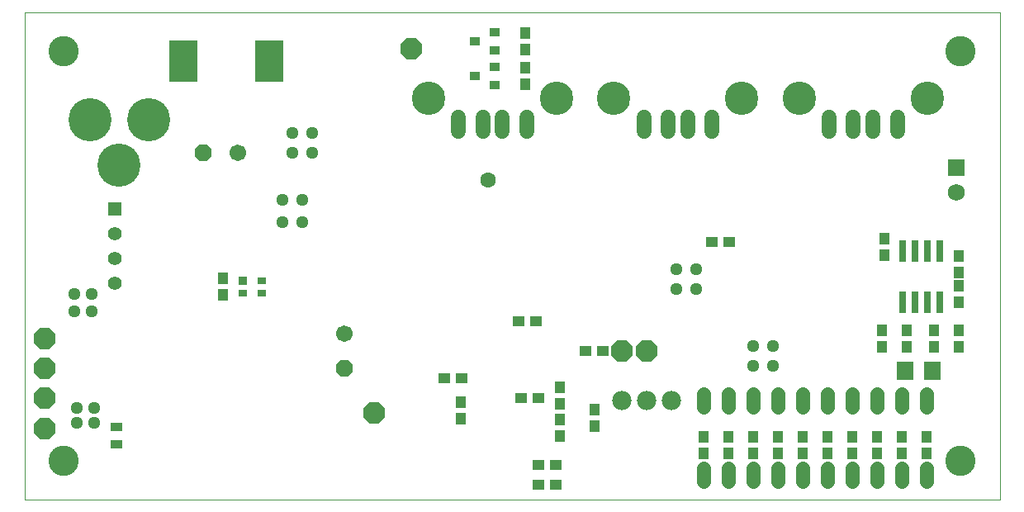
<source format=gbs>
G75*
G70*
%OFA0B0*%
%FSLAX24Y24*%
%IPPOS*%
%LPD*%
%AMOC8*
5,1,8,0,0,1.08239X$1,22.5*
%
%ADD10C,0.0000*%
%ADD11R,0.0670X0.0750*%
%ADD12R,0.0434X0.0473*%
%ADD13R,0.0280X0.0910*%
%ADD14R,0.0473X0.0434*%
%ADD15C,0.0560*%
%ADD16C,0.0690*%
%ADD17R,0.0690X0.0690*%
%ADD18R,0.0555X0.0555*%
%ADD19C,0.0555*%
%ADD20R,0.0512X0.0355*%
%ADD21OC8,0.0890*%
%ADD22C,0.1740*%
%ADD23R,0.1142X0.1694*%
%ADD24R,0.0394X0.0355*%
%ADD25C,0.0780*%
%ADD26OC8,0.0670*%
%ADD27C,0.0670*%
%ADD28C,0.0614*%
%ADD29C,0.1346*%
%ADD30R,0.0355X0.0276*%
%ADD31R,0.0355X0.0355*%
%ADD32C,0.1221*%
%ADD33C,0.0512*%
%ADD34C,0.0631*%
D10*
X001240Y001540D02*
X001240Y021225D01*
X040610Y021225D01*
X040610Y001540D01*
X001240Y001540D01*
D11*
X036780Y006740D03*
X037900Y006740D03*
D12*
X037940Y007705D03*
X037940Y008375D03*
X036840Y008375D03*
X036840Y007705D03*
X035840Y007705D03*
X035840Y008375D03*
X038940Y008375D03*
X038940Y007705D03*
X038940Y009505D03*
X038940Y010175D03*
X038940Y010705D03*
X038940Y011375D03*
X035940Y011405D03*
X035940Y012075D03*
X024240Y005175D03*
X024240Y004505D03*
X022840Y004775D03*
X022840Y004105D03*
X022840Y005405D03*
X022840Y006075D03*
X018840Y005475D03*
X018840Y004805D03*
X009240Y009805D03*
X009240Y010475D03*
X021440Y018305D03*
X021440Y018975D03*
X021440Y019705D03*
X021440Y020375D03*
X028640Y004075D03*
X028640Y003405D03*
X029640Y003405D03*
X029640Y004075D03*
X030640Y004075D03*
X030640Y003405D03*
X031640Y003405D03*
X031640Y004075D03*
X032640Y004075D03*
X032640Y003405D03*
X033640Y003405D03*
X033640Y004075D03*
X034640Y004075D03*
X034640Y003405D03*
X035640Y003405D03*
X035640Y004075D03*
X036640Y004075D03*
X036640Y003405D03*
X037640Y003405D03*
X037640Y004075D03*
D13*
X037690Y009510D03*
X037190Y009510D03*
X036690Y009510D03*
X038190Y009510D03*
X038190Y011570D03*
X037690Y011570D03*
X037190Y011570D03*
X036690Y011570D03*
D14*
X029675Y011940D03*
X029005Y011940D03*
X021875Y008740D03*
X021205Y008740D03*
X023905Y007540D03*
X024575Y007540D03*
X021975Y005640D03*
X021305Y005640D03*
X018875Y006440D03*
X018205Y006440D03*
X022005Y002940D03*
X022675Y002940D03*
X022675Y002140D03*
X022005Y002140D03*
D15*
X028640Y002280D02*
X028640Y002800D01*
X029640Y002800D02*
X029640Y002280D01*
X030640Y002280D02*
X030640Y002800D01*
X031640Y002800D02*
X031640Y002280D01*
X032640Y002280D02*
X032640Y002800D01*
X033640Y002800D02*
X033640Y002280D01*
X034640Y002280D02*
X034640Y002800D01*
X035640Y002800D02*
X035640Y002280D01*
X036640Y002280D02*
X036640Y002800D01*
X037640Y002800D02*
X037640Y002280D01*
X037640Y005280D02*
X037640Y005800D01*
X036640Y005800D02*
X036640Y005280D01*
X035640Y005280D02*
X035640Y005800D01*
X034640Y005800D02*
X034640Y005280D01*
X033640Y005280D02*
X033640Y005800D01*
X032640Y005800D02*
X032640Y005280D01*
X031640Y005280D02*
X031640Y005800D01*
X030640Y005800D02*
X030640Y005280D01*
X029640Y005280D02*
X029640Y005800D01*
X028640Y005800D02*
X028640Y005280D01*
D16*
X038840Y013940D03*
D17*
X038840Y014940D03*
D18*
X004883Y013276D03*
D19*
X004883Y012276D03*
X004883Y011276D03*
X004883Y010276D03*
D20*
X004940Y004494D03*
X004940Y003786D03*
D21*
X002040Y004427D03*
X002040Y005640D03*
X002040Y006840D03*
X002040Y008040D03*
X015340Y005040D03*
X025340Y007540D03*
X026340Y007540D03*
X016840Y019740D03*
D22*
X006240Y016894D03*
X003878Y016894D03*
X005059Y015044D03*
D23*
X007653Y019247D03*
X011118Y019247D03*
D24*
X019407Y018640D03*
X020234Y019014D03*
X020234Y019666D03*
X019407Y020040D03*
X020234Y020414D03*
X020234Y018266D03*
D25*
X025340Y005540D03*
X026340Y005540D03*
X027340Y005540D03*
D26*
X014140Y006840D03*
X008450Y015549D03*
D27*
X009850Y015549D03*
X014140Y008240D03*
D28*
X018760Y016403D02*
X018760Y016977D01*
X019744Y016977D02*
X019744Y016403D01*
X020531Y016403D02*
X020531Y016977D01*
X021516Y016977D02*
X021516Y016403D01*
X026240Y016403D02*
X026240Y016977D01*
X027224Y016977D02*
X027224Y016403D01*
X028012Y016403D02*
X028012Y016977D01*
X028996Y016977D02*
X028996Y016403D01*
X033720Y016403D02*
X033720Y016977D01*
X034705Y016977D02*
X034705Y016403D01*
X035492Y016403D02*
X035492Y016977D01*
X036476Y016977D02*
X036476Y016403D01*
D29*
X037685Y017757D03*
X032512Y017757D03*
X030205Y017757D03*
X025031Y017757D03*
X022724Y017757D03*
X017551Y017757D03*
D30*
X010814Y010396D03*
X010814Y009884D03*
X010066Y009884D03*
D31*
X010066Y010376D03*
D32*
X002815Y003115D03*
X002815Y019650D03*
X039035Y019650D03*
X039035Y003115D03*
D33*
X031440Y006940D03*
X030640Y006940D03*
X030640Y007740D03*
X031440Y007740D03*
X028340Y010040D03*
X027540Y010040D03*
X027540Y010840D03*
X028340Y010840D03*
X012840Y015540D03*
X012040Y015540D03*
X012040Y016340D03*
X012840Y016340D03*
X012440Y013640D03*
X011640Y013640D03*
X011640Y012740D03*
X012440Y012740D03*
X003940Y009840D03*
X003240Y009840D03*
X003240Y009140D03*
X003940Y009140D03*
X004040Y005240D03*
X004040Y004640D03*
X003340Y004640D03*
X003340Y005240D03*
D34*
X019940Y014440D03*
M02*

</source>
